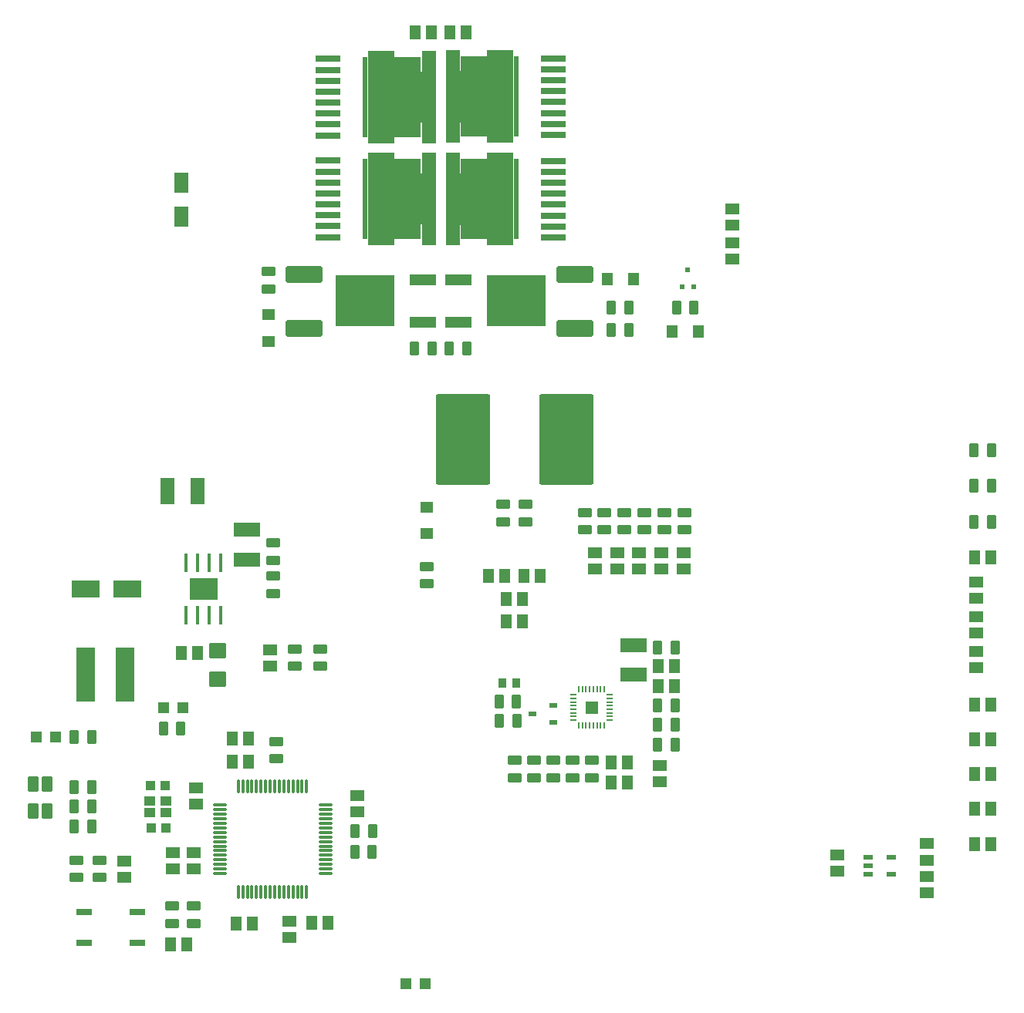
<source format=gtp>
G04*
G04 #@! TF.GenerationSoftware,Altium Limited,Altium Designer,20.1.11 (218)*
G04*
G04 Layer_Color=8421504*
%FSAX25Y25*%
%MOIN*%
G70*
G04*
G04 #@! TF.SameCoordinates,67A62120-44F4-422E-8626-A4E8A68DA6A5*
G04*
G04*
G04 #@! TF.FilePolarity,Positive*
G04*
G01*
G75*
%ADD20R,0.12205X0.09449*%
%ADD21R,0.01772X0.08465*%
%ADD22R,0.01772X0.08464*%
%ADD23R,0.05512X0.05118*%
%ADD24R,0.05118X0.05512*%
%ADD25R,0.05118X0.05512*%
G04:AMPARAMS|DCode=26|XSize=41.34mil|YSize=59.06mil|CornerRadius=4.13mil|HoleSize=0mil|Usage=FLASHONLY|Rotation=180.000|XOffset=0mil|YOffset=0mil|HoleType=Round|Shape=RoundedRectangle|*
%AMROUNDEDRECTD26*
21,1,0.04134,0.05079,0,0,180.0*
21,1,0.03307,0.05906,0,0,180.0*
1,1,0.00827,-0.01654,0.02539*
1,1,0.00827,0.01654,0.02539*
1,1,0.00827,0.01654,-0.02539*
1,1,0.00827,-0.01654,-0.02539*
%
%ADD26ROUNDEDRECTD26*%
%ADD27R,0.11811X0.05906*%
G04:AMPARAMS|DCode=28|XSize=41.34mil|YSize=59.06mil|CornerRadius=4.13mil|HoleSize=0mil|Usage=FLASHONLY|Rotation=90.000|XOffset=0mil|YOffset=0mil|HoleType=Round|Shape=RoundedRectangle|*
%AMROUNDEDRECTD28*
21,1,0.04134,0.05079,0,0,90.0*
21,1,0.03307,0.05906,0,0,90.0*
1,1,0.00827,0.02539,0.01654*
1,1,0.00827,0.02539,-0.01654*
1,1,0.00827,-0.02539,-0.01654*
1,1,0.00827,-0.02539,0.01654*
%
%ADD28ROUNDEDRECTD28*%
%ADD29R,0.02362X0.35039*%
%ADD30R,0.11417X0.40158*%
%ADD31R,0.11614X0.35039*%
%ADD32R,0.06496X0.40158*%
%ADD33R,0.11024X0.03150*%
%ADD34R,0.04724X0.04724*%
G04:AMPARAMS|DCode=35|XSize=49.21mil|YSize=62.99mil|CornerRadius=4.92mil|HoleSize=0mil|Usage=FLASHONLY|Rotation=180.000|XOffset=0mil|YOffset=0mil|HoleType=Round|Shape=RoundedRectangle|*
%AMROUNDEDRECTD35*
21,1,0.04921,0.05315,0,0,180.0*
21,1,0.03937,0.06299,0,0,180.0*
1,1,0.00984,-0.01968,0.02657*
1,1,0.00984,0.01968,0.02657*
1,1,0.00984,0.01968,-0.02657*
1,1,0.00984,-0.01968,-0.02657*
%
%ADD35ROUNDEDRECTD35*%
G04:AMPARAMS|DCode=36|XSize=49.21mil|YSize=62.99mil|CornerRadius=4.92mil|HoleSize=0mil|Usage=FLASHONLY|Rotation=90.000|XOffset=0mil|YOffset=0mil|HoleType=Round|Shape=RoundedRectangle|*
%AMROUNDEDRECTD36*
21,1,0.04921,0.05315,0,0,90.0*
21,1,0.03937,0.06299,0,0,90.0*
1,1,0.00984,0.02657,0.01968*
1,1,0.00984,0.02657,-0.01968*
1,1,0.00984,-0.02657,-0.01968*
1,1,0.00984,-0.02657,0.01968*
%
%ADD36ROUNDEDRECTD36*%
G04:AMPARAMS|DCode=37|XSize=43.31mil|YSize=39.37mil|CornerRadius=3.94mil|HoleSize=0mil|Usage=FLASHONLY|Rotation=270.000|XOffset=0mil|YOffset=0mil|HoleType=Round|Shape=RoundedRectangle|*
%AMROUNDEDRECTD37*
21,1,0.04331,0.03150,0,0,270.0*
21,1,0.03543,0.03937,0,0,270.0*
1,1,0.00787,-0.01575,-0.01772*
1,1,0.00787,-0.01575,0.01772*
1,1,0.00787,0.01575,0.01772*
1,1,0.00787,0.01575,-0.01772*
%
%ADD37ROUNDEDRECTD37*%
%ADD38R,0.04724X0.03937*%
%ADD39R,0.04331X0.02362*%
%ADD40R,0.05512X0.05512*%
%ADD41R,0.00866X0.02913*%
%ADD42R,0.02913X0.00866*%
%ADD43O,0.01181X0.06299*%
%ADD44O,0.06299X0.01181*%
%ADD45R,0.06693X0.03150*%
%ADD46R,0.03543X0.03937*%
%ADD47R,0.03543X0.03937*%
G04:AMPARAMS|DCode=48|XSize=236.22mil|YSize=393.7mil|CornerRadius=11.81mil|HoleSize=0mil|Usage=FLASHONLY|Rotation=0.000|XOffset=0mil|YOffset=0mil|HoleType=Round|Shape=RoundedRectangle|*
%AMROUNDEDRECTD48*
21,1,0.23622,0.37008,0,0,0.0*
21,1,0.21260,0.39370,0,0,0.0*
1,1,0.02362,0.10630,-0.18504*
1,1,0.02362,-0.10630,-0.18504*
1,1,0.02362,-0.10630,0.18504*
1,1,0.02362,0.10630,0.18504*
%
%ADD48ROUNDEDRECTD48*%
G04:AMPARAMS|DCode=49|XSize=70.87mil|YSize=157.48mil|CornerRadius=7.09mil|HoleSize=0mil|Usage=FLASHONLY|Rotation=90.000|XOffset=0mil|YOffset=0mil|HoleType=Round|Shape=RoundedRectangle|*
%AMROUNDEDRECTD49*
21,1,0.07087,0.14331,0,0,90.0*
21,1,0.05669,0.15748,0,0,90.0*
1,1,0.01417,0.07165,0.02835*
1,1,0.01417,0.07165,-0.02835*
1,1,0.01417,-0.07165,-0.02835*
1,1,0.01417,-0.07165,0.02835*
%
%ADD49ROUNDEDRECTD49*%
%ADD50R,0.03543X0.02362*%
%ADD51R,0.01968X0.02165*%
%ADD52R,0.02362X0.02165*%
%ADD53R,0.25591X0.21850*%
%ADD54R,0.11221X0.04921*%
%ADD55R,0.07900X0.23600*%
%ADD56R,0.06417X0.08584*%
%ADD57R,0.05512X0.05118*%
%ADD58R,0.05118X0.05512*%
G04:AMPARAMS|DCode=59|XSize=45.28mil|YSize=66.93mil|CornerRadius=4.53mil|HoleSize=0mil|Usage=FLASHONLY|Rotation=180.000|XOffset=0mil|YOffset=0mil|HoleType=Round|Shape=RoundedRectangle|*
%AMROUNDEDRECTD59*
21,1,0.04528,0.05787,0,0,180.0*
21,1,0.03622,0.06693,0,0,180.0*
1,1,0.00906,-0.01811,0.02894*
1,1,0.00906,0.01811,0.02894*
1,1,0.00906,0.01811,-0.02894*
1,1,0.00906,-0.01811,-0.02894*
%
%ADD59ROUNDEDRECTD59*%
%ADD60R,0.11900X0.07200*%
G04:AMPARAMS|DCode=61|XSize=74.8mil|YSize=68.9mil|CornerRadius=6.89mil|HoleSize=0mil|Usage=FLASHONLY|Rotation=180.000|XOffset=0mil|YOffset=0mil|HoleType=Round|Shape=RoundedRectangle|*
%AMROUNDEDRECTD61*
21,1,0.07480,0.05512,0,0,180.0*
21,1,0.06102,0.06890,0,0,180.0*
1,1,0.01378,-0.03051,0.02756*
1,1,0.01378,0.03051,0.02756*
1,1,0.01378,0.03051,-0.02756*
1,1,0.01378,-0.03051,-0.02756*
%
%ADD61ROUNDEDRECTD61*%
%ADD62R,0.05906X0.11811*%
G36*
X0195017Y-0029069D02*
X0174859D01*
Y-0006938D01*
X0195017D01*
Y-0029069D01*
D02*
G37*
G36*
X0159241Y-0029264D02*
X0139084D01*
Y-0007133D01*
X0159241D01*
Y-0029264D01*
D02*
G37*
G36*
X0159241Y-0073264D02*
X0139084D01*
Y-0051133D01*
X0159241D01*
Y-0073264D01*
D02*
G37*
G36*
X0195017Y-0073369D02*
X0174859D01*
Y-0051238D01*
X0195017D01*
Y-0073369D01*
D02*
G37*
G36*
X0233933Y-0283823D02*
X0230449D01*
Y-0280339D01*
X0233933D01*
Y-0283823D01*
D02*
G37*
D20*
X0064601Y-0230782D02*
D03*
D21*
X0057101Y-0242101D02*
D03*
Y-0219463D02*
D03*
X0062101D02*
D03*
X0072101D02*
D03*
D22*
X0062101Y-0242101D02*
D03*
X0067101D02*
D03*
X0072101D02*
D03*
X0067101Y-0219463D02*
D03*
D23*
X0092800Y-0112347D02*
D03*
Y-0123765D02*
D03*
X0160950Y-0195523D02*
D03*
Y-0206941D02*
D03*
D24*
X0278392Y-0119401D02*
D03*
X0250309Y-0096817D02*
D03*
X0238891D02*
D03*
D25*
X0266975Y-0119401D02*
D03*
D26*
X0170804Y-0126701D02*
D03*
X0178324D02*
D03*
X0397361Y-0186360D02*
D03*
X0404881D02*
D03*
X0276443Y-0109101D02*
D03*
X0268924D02*
D03*
X0248360D02*
D03*
X0240840D02*
D03*
X0047276Y-0291036D02*
D03*
X0054795D02*
D03*
X0397361Y-0170901D02*
D03*
X0404881D02*
D03*
X0397361Y-0201820D02*
D03*
X0404881D02*
D03*
X0192485Y-0287897D02*
D03*
X0200004D02*
D03*
X0199804Y-0279635D02*
D03*
X0192285D02*
D03*
X0248360Y-0119001D02*
D03*
X0240840D02*
D03*
X0260745Y-0298035D02*
D03*
X0268264D02*
D03*
X0260745Y-0289635D02*
D03*
X0268264D02*
D03*
X0260745Y-0281235D02*
D03*
X0268264D02*
D03*
Y-0256035D02*
D03*
X0260745D02*
D03*
X0155776Y-0126701D02*
D03*
X0163296D02*
D03*
X0130065Y-0335504D02*
D03*
X0137584D02*
D03*
X0129965Y-0344404D02*
D03*
X0137484D02*
D03*
X0008750Y-0325004D02*
D03*
X0016270D02*
D03*
X0016270Y-0316504D02*
D03*
X0008750D02*
D03*
Y-0294801D02*
D03*
X0016270D02*
D03*
X0008750Y-0333604D02*
D03*
X0016270D02*
D03*
D27*
X0083380Y-0205313D02*
D03*
Y-0218108D02*
D03*
X0250304Y-0255209D02*
D03*
Y-0268004D02*
D03*
D28*
X0060206Y-0367989D02*
D03*
Y-0375509D02*
D03*
X0051043Y-0367944D02*
D03*
Y-0375464D02*
D03*
X0094537Y-0210979D02*
D03*
Y-0218499D02*
D03*
X0094570Y-0232791D02*
D03*
Y-0225271D02*
D03*
X0096061Y-0304288D02*
D03*
Y-0296768D02*
D03*
X0009650Y-0355570D02*
D03*
Y-0348050D02*
D03*
X0019660D02*
D03*
Y-0355570D02*
D03*
X0115065Y-0256821D02*
D03*
Y-0264340D02*
D03*
X0104125Y-0256821D02*
D03*
Y-0264340D02*
D03*
X0203610Y-0194239D02*
D03*
Y-0201759D02*
D03*
X0194077Y-0194239D02*
D03*
Y-0201759D02*
D03*
X0199004Y-0312495D02*
D03*
Y-0304976D02*
D03*
X0232404D02*
D03*
Y-0312495D02*
D03*
X0224054Y-0304976D02*
D03*
Y-0312495D02*
D03*
X0207354D02*
D03*
Y-0304976D02*
D03*
X0229229Y-0197729D02*
D03*
Y-0205249D02*
D03*
X0215704Y-0304976D02*
D03*
Y-0312495D02*
D03*
X0237829Y-0197729D02*
D03*
Y-0205249D02*
D03*
X0246429Y-0197729D02*
D03*
Y-0205249D02*
D03*
X0255029Y-0197729D02*
D03*
Y-0205249D02*
D03*
X0263629Y-0197729D02*
D03*
Y-0205249D02*
D03*
X0272229Y-0197729D02*
D03*
Y-0205249D02*
D03*
X0160950Y-0228623D02*
D03*
Y-0221104D02*
D03*
X0092800Y-0093528D02*
D03*
Y-0101048D02*
D03*
D29*
X0199702Y-0018001D02*
D03*
X0134398Y-0062201D02*
D03*
X0199702Y-0062301D02*
D03*
X0134398Y-0018201D02*
D03*
D30*
X0192812Y-0018001D02*
D03*
X0141288Y-0062201D02*
D03*
X0192812Y-0062301D02*
D03*
X0141288Y-0018201D02*
D03*
D31*
X0181296Y-0018001D02*
D03*
X0152804Y-0062201D02*
D03*
X0181296Y-0062301D02*
D03*
X0152804Y-0018201D02*
D03*
D32*
X0172241Y-0018001D02*
D03*
X0161859Y-0062201D02*
D03*
X0172241Y-0062301D02*
D03*
X0161859Y-0018201D02*
D03*
D33*
X0215765Y-0001465D02*
D03*
Y-0006190D02*
D03*
Y-0010914D02*
D03*
Y-0015639D02*
D03*
Y-0020363D02*
D03*
Y-0025087D02*
D03*
Y-0029812D02*
D03*
Y-0034536D02*
D03*
X0118335Y-0078736D02*
D03*
Y-0074012D02*
D03*
Y-0069287D02*
D03*
Y-0064563D02*
D03*
Y-0059839D02*
D03*
Y-0055114D02*
D03*
Y-0050390D02*
D03*
Y-0045665D02*
D03*
X0215765Y-0045765D02*
D03*
Y-0050490D02*
D03*
Y-0055214D02*
D03*
Y-0059939D02*
D03*
Y-0064663D02*
D03*
Y-0069387D02*
D03*
Y-0074112D02*
D03*
Y-0078836D02*
D03*
X0118335Y-0034736D02*
D03*
Y-0030012D02*
D03*
Y-0025287D02*
D03*
Y-0020563D02*
D03*
Y-0015839D02*
D03*
Y-0011114D02*
D03*
Y-0006390D02*
D03*
Y-0001665D02*
D03*
D34*
X0151966Y-0401401D02*
D03*
X0160234D02*
D03*
X0047425Y-0282163D02*
D03*
X0055693D02*
D03*
X0000602Y-0294801D02*
D03*
X-0007665D02*
D03*
D35*
X0397676Y-0310880D02*
D03*
X0404724D02*
D03*
X0178166Y0009799D02*
D03*
X0171119D02*
D03*
X0162981D02*
D03*
X0155934D02*
D03*
X0397676Y-0280701D02*
D03*
X0404724D02*
D03*
X0397676Y-0295790D02*
D03*
X0404724D02*
D03*
X0397676Y-0325969D02*
D03*
X0404724D02*
D03*
X0397676Y-0341059D02*
D03*
X0404724D02*
D03*
Y-0217201D02*
D03*
X0397676D02*
D03*
X0202463Y-0235244D02*
D03*
X0195416D02*
D03*
X0202463Y-0244779D02*
D03*
X0195416D02*
D03*
X0203020Y-0225059D02*
D03*
X0210067D02*
D03*
X0187620D02*
D03*
X0194668D02*
D03*
X0267949Y-0264357D02*
D03*
X0260902D02*
D03*
X0240685Y-0314468D02*
D03*
X0247733D02*
D03*
X0267949Y-0272757D02*
D03*
X0260902D02*
D03*
X0240685Y-0305868D02*
D03*
X0247733D02*
D03*
X0062100Y-0258401D02*
D03*
X0055053D02*
D03*
X0057500Y-0384601D02*
D03*
X0050453D02*
D03*
X0076938Y-0295604D02*
D03*
X0083985D02*
D03*
X0118294Y-0375298D02*
D03*
X0111246D02*
D03*
X0085812Y-0375528D02*
D03*
X0078765D02*
D03*
X0076938Y-0305504D02*
D03*
X0083985D02*
D03*
D36*
X0101556Y-0374629D02*
D03*
Y-0381676D02*
D03*
X0060206Y-0344982D02*
D03*
Y-0352029D02*
D03*
X0051240Y-0344982D02*
D03*
Y-0352029D02*
D03*
X0030200Y-0348444D02*
D03*
Y-0355491D02*
D03*
X0377125Y-0340984D02*
D03*
Y-0348031D02*
D03*
Y-0362198D02*
D03*
Y-0355151D02*
D03*
X0338300Y-0345801D02*
D03*
Y-0352848D02*
D03*
X0398346Y-0234924D02*
D03*
Y-0227877D02*
D03*
Y-0249924D02*
D03*
Y-0242877D02*
D03*
Y-0264924D02*
D03*
Y-0257877D02*
D03*
X0293065Y-0081121D02*
D03*
Y-0088168D02*
D03*
X0233629Y-0222252D02*
D03*
Y-0215205D02*
D03*
X0243229D02*
D03*
Y-0222252D02*
D03*
X0252829D02*
D03*
Y-0215205D02*
D03*
X0293065Y-0066420D02*
D03*
Y-0073468D02*
D03*
X0262429Y-0215205D02*
D03*
Y-0222252D02*
D03*
X0261729Y-0307223D02*
D03*
Y-0314270D02*
D03*
X0272029Y-0222252D02*
D03*
Y-0215205D02*
D03*
X0093265Y-0257135D02*
D03*
Y-0264183D02*
D03*
X0061325Y-0323964D02*
D03*
Y-0316917D02*
D03*
X0131165Y-0320080D02*
D03*
Y-0327128D02*
D03*
D37*
X0041898Y-0334224D02*
D03*
X0048197D02*
D03*
X0048099Y-0315701D02*
D03*
X0041800D02*
D03*
D38*
X0041504Y-0322439D02*
D03*
Y-0327557D02*
D03*
X0048197Y-0327558D02*
D03*
X0048197Y-0322439D02*
D03*
D39*
X0351690Y-0346870D02*
D03*
Y-0350610D02*
D03*
Y-0354350D02*
D03*
X0361761D02*
D03*
Y-0346870D02*
D03*
D40*
X0232191Y-0282081D02*
D03*
D41*
X0237703Y-0289935D02*
D03*
X0236128D02*
D03*
X0234553D02*
D03*
X0232978D02*
D03*
X0231404D02*
D03*
X0229829D02*
D03*
X0228254D02*
D03*
X0226679D02*
D03*
Y-0274227D02*
D03*
X0228254D02*
D03*
X0229829D02*
D03*
X0231404D02*
D03*
X0232978D02*
D03*
X0234553D02*
D03*
X0236128D02*
D03*
X0237703D02*
D03*
D42*
X0240045Y-0276569D02*
D03*
Y-0278144D02*
D03*
Y-0279719D02*
D03*
Y-0281294D02*
D03*
Y-0282868D02*
D03*
Y-0284443D02*
D03*
Y-0286018D02*
D03*
Y-0287593D02*
D03*
X0224337D02*
D03*
Y-0286018D02*
D03*
Y-0284443D02*
D03*
Y-0282868D02*
D03*
Y-0281294D02*
D03*
Y-0279719D02*
D03*
Y-0278144D02*
D03*
Y-0276569D02*
D03*
D43*
X0079601Y-0316269D02*
D03*
X0081569D02*
D03*
X0083538D02*
D03*
X0085506D02*
D03*
X0087475D02*
D03*
X0089443D02*
D03*
X0091412D02*
D03*
X0093380D02*
D03*
X0095349D02*
D03*
X0097317D02*
D03*
X0099286D02*
D03*
X0101254D02*
D03*
X0103223D02*
D03*
X0105191D02*
D03*
X0107160D02*
D03*
X0109128D02*
D03*
Y-0361939D02*
D03*
X0107160D02*
D03*
X0105191D02*
D03*
X0103223D02*
D03*
X0101254D02*
D03*
X0099286D02*
D03*
X0097317D02*
D03*
X0095349D02*
D03*
X0093380D02*
D03*
X0091412D02*
D03*
X0089443D02*
D03*
X0087475D02*
D03*
X0085506D02*
D03*
X0083538D02*
D03*
X0081569D02*
D03*
X0079601D02*
D03*
D44*
X0117199Y-0324340D02*
D03*
Y-0326309D02*
D03*
Y-0328277D02*
D03*
Y-0330246D02*
D03*
Y-0332214D02*
D03*
Y-0334183D02*
D03*
Y-0336151D02*
D03*
Y-0338120D02*
D03*
Y-0340088D02*
D03*
Y-0342057D02*
D03*
Y-0344025D02*
D03*
Y-0345994D02*
D03*
Y-0347962D02*
D03*
Y-0349931D02*
D03*
Y-0351899D02*
D03*
Y-0353868D02*
D03*
X0071530D02*
D03*
Y-0351899D02*
D03*
Y-0349931D02*
D03*
Y-0347962D02*
D03*
Y-0345994D02*
D03*
Y-0344025D02*
D03*
Y-0342057D02*
D03*
Y-0340088D02*
D03*
Y-0338120D02*
D03*
Y-0336151D02*
D03*
Y-0334183D02*
D03*
Y-0332214D02*
D03*
Y-0330246D02*
D03*
Y-0328277D02*
D03*
Y-0326309D02*
D03*
Y-0324340D02*
D03*
D45*
X0035965Y-0370511D02*
D03*
Y-0383897D02*
D03*
X0013120Y-0383897D02*
D03*
X0013120Y-0370511D02*
D03*
D46*
X0193545Y-0271423D02*
D03*
D47*
X0199844D02*
D03*
D48*
X0221301Y-0166123D02*
D03*
X0176701D02*
D03*
D49*
X0225100Y-0118056D02*
D03*
Y-0094946D02*
D03*
X0107900D02*
D03*
Y-0118056D02*
D03*
D50*
X0206623Y-0284895D02*
D03*
X0215678Y-0281155D02*
D03*
Y-0288635D02*
D03*
D51*
X0271198Y-0100083D02*
D03*
X0276316D02*
D03*
D52*
X0273757Y-0092800D02*
D03*
D53*
X0134300Y-0106317D02*
D03*
X0199800D02*
D03*
D54*
X0159497Y-0097164D02*
D03*
Y-0115471D02*
D03*
X0174603D02*
D03*
Y-0097164D02*
D03*
D55*
X0013700Y-0267701D02*
D03*
X0030700D02*
D03*
D56*
X0055000Y-0069912D02*
D03*
Y-0055288D02*
D03*
D57*
X0092800Y-0112347D02*
D03*
Y-0123765D02*
D03*
X0160950Y-0195523D02*
D03*
Y-0206941D02*
D03*
D58*
X0278392Y-0119401D02*
D03*
X0266975D02*
D03*
X0250309Y-0096817D02*
D03*
X0238891D02*
D03*
D59*
X-0008980Y-0315115D02*
D03*
X-0003075D02*
D03*
Y-0326926D02*
D03*
X-0008980D02*
D03*
D60*
X0031650Y-0231001D02*
D03*
X0013550D02*
D03*
D61*
X0070665Y-0257372D02*
D03*
Y-0269970D02*
D03*
D62*
X0049135Y-0188604D02*
D03*
X0061930D02*
D03*
M02*

</source>
